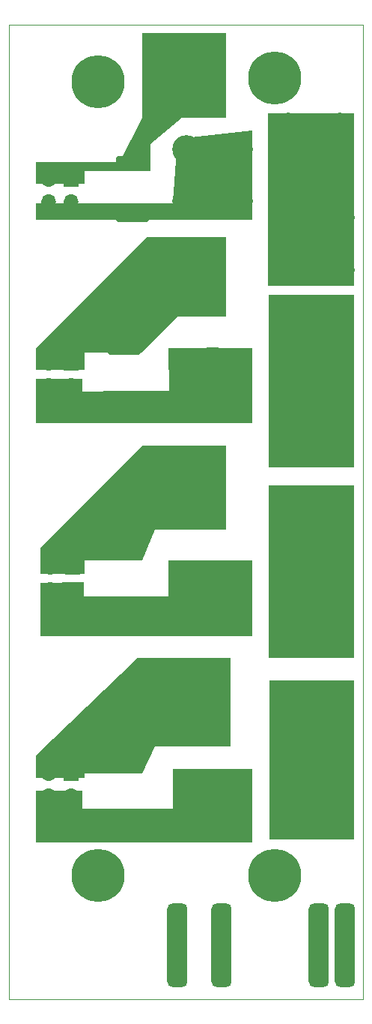
<source format=gbr>
%TF.GenerationSoftware,KiCad,Pcbnew,(6.0.11-0)*%
%TF.CreationDate,2024-06-01T13:31:22-07:00*%
%TF.ProjectId,SC_SQUID_biasBoard,53435f53-5155-4494-945f-62696173426f,v3D.0*%
%TF.SameCoordinates,Original*%
%TF.FileFunction,Soldermask,Top*%
%TF.FilePolarity,Negative*%
%FSLAX46Y46*%
G04 Gerber Fmt 4.6, Leading zero omitted, Abs format (unit mm)*
G04 Created by KiCad (PCBNEW (6.0.11-0)) date 2024-06-01 13:31:22*
%MOMM*%
%LPD*%
G01*
G04 APERTURE LIST*
G04 Aperture macros list*
%AMRoundRect*
0 Rectangle with rounded corners*
0 $1 Rounding radius*
0 $2 $3 $4 $5 $6 $7 $8 $9 X,Y pos of 4 corners*
0 Add a 4 corners polygon primitive as box body*
4,1,4,$2,$3,$4,$5,$6,$7,$8,$9,$2,$3,0*
0 Add four circle primitives for the rounded corners*
1,1,$1+$1,$2,$3*
1,1,$1+$1,$4,$5*
1,1,$1+$1,$6,$7*
1,1,$1+$1,$8,$9*
0 Add four rect primitives between the rounded corners*
20,1,$1+$1,$2,$3,$4,$5,0*
20,1,$1+$1,$4,$5,$6,$7,0*
20,1,$1+$1,$6,$7,$8,$9,0*
20,1,$1+$1,$8,$9,$2,$3,0*%
G04 Aperture macros list end*
%ADD10C,0.000000*%
%TA.AperFunction,Profile*%
%ADD11C,0.100000*%
%TD*%
%ADD12RoundRect,0.100000X-1.900000X-0.900000X1.900000X-0.900000X1.900000X0.900000X-1.900000X0.900000X0*%
%ADD13R,4.000000X2.500000*%
%ADD14C,8.500000*%
%ADD15C,4.500000*%
%ADD16C,3.200000*%
%ADD17R,2.540000X2.540000*%
%ADD18R,1.700000X1.700000*%
%ADD19O,1.700000X1.700000*%
%ADD20RoundRect,0.165000X1.685000X-0.660000X1.685000X0.660000X-1.685000X0.660000X-1.685000X-0.660000X0*%
%ADD21RoundRect,0.571500X-0.571500X-4.128500X0.571500X-4.128500X0.571500X4.128500X-0.571500X4.128500X0*%
%ADD22RoundRect,0.571500X0.571500X4.128500X-0.571500X4.128500X-0.571500X-4.128500X0.571500X-4.128500X0*%
%ADD23C,6.000000*%
G04 APERTURE END LIST*
D10*
G36*
X174000000Y-112500000D02*
G01*
X164350000Y-112500000D01*
X164350000Y-93000000D01*
X174000000Y-93000000D01*
X174000000Y-112500000D01*
G37*
G36*
X159500000Y-74000000D02*
G01*
X154000000Y-74000000D01*
X150000000Y-78000000D01*
X143500000Y-78000000D01*
X143500000Y-80000000D01*
X138000000Y-80000000D01*
X138000000Y-77500000D01*
X150500000Y-65000000D01*
X159500000Y-65000000D01*
X159500000Y-74000000D01*
G37*
G36*
X174000000Y-133000000D02*
G01*
X164400000Y-133000000D01*
X164400000Y-115000000D01*
X174000000Y-115000000D01*
X174000000Y-133000000D01*
G37*
G36*
X159500000Y-98000000D02*
G01*
X151500000Y-98000000D01*
X150000000Y-101500000D01*
X143500000Y-101500000D01*
X143500000Y-103000000D01*
X138500000Y-103000000D01*
X138500000Y-100000000D01*
X150000000Y-88500000D01*
X159500000Y-88500000D01*
X159500000Y-98000000D01*
G37*
G36*
X159500000Y-51500000D02*
G01*
X154500000Y-51500000D01*
X151000000Y-54500000D01*
X151000000Y-57550000D01*
X143500000Y-57550000D01*
X143500000Y-59000000D01*
X138000000Y-59000000D01*
X138000000Y-56500000D01*
X147500000Y-56500000D01*
X150000000Y-51500000D01*
X150000000Y-42000000D01*
X159500000Y-42000000D01*
X159500000Y-51500000D01*
G37*
G36*
X174000000Y-91000000D02*
G01*
X164300000Y-91000000D01*
X164300000Y-71500000D01*
X174000000Y-71500000D01*
X174000000Y-91000000D01*
G37*
G36*
X160000000Y-122500000D02*
G01*
X151500000Y-122500000D01*
X150000000Y-125500000D01*
X143500000Y-125500000D01*
X143500000Y-126000000D01*
X138000000Y-126000000D01*
X138000000Y-123500000D01*
X149500000Y-112500000D01*
X160000000Y-112500000D01*
X160000000Y-122500000D01*
G37*
G36*
X162500000Y-63000000D02*
G01*
X138000000Y-63000000D01*
X138000000Y-61200000D01*
X153500000Y-61200000D01*
X153975000Y-53875000D01*
X162500000Y-53000000D01*
X162500000Y-63000000D01*
G37*
G36*
X162500000Y-110000000D02*
G01*
X138500000Y-110000000D01*
X138500000Y-104000000D01*
X143450000Y-103975000D01*
X143427254Y-105518288D01*
X153002254Y-105568288D01*
X153000000Y-101500000D01*
X162500000Y-101500000D01*
X162500000Y-110000000D01*
G37*
G36*
X162500000Y-133350000D02*
G01*
X138000000Y-133350000D01*
X138000000Y-127500000D01*
X143225000Y-127500000D01*
X143250000Y-129475000D01*
X153489688Y-129468889D01*
X153500000Y-125000000D01*
X162500000Y-125000000D01*
X162500000Y-133350000D01*
G37*
G36*
X174000000Y-70500000D02*
G01*
X164250000Y-70500000D01*
X164250000Y-51000000D01*
X174000000Y-51000000D01*
X174000000Y-70500000D01*
G37*
G36*
X162500000Y-86000000D02*
G01*
X138000000Y-86000000D01*
X138000000Y-81000000D01*
X143275000Y-81025000D01*
X143300000Y-82425000D01*
X148025000Y-82360443D01*
X153100000Y-82375000D01*
X153000000Y-77500000D01*
X162500000Y-77500000D01*
X162500000Y-86000000D01*
G37*
D11*
X175000000Y-41000000D02*
X135000000Y-41000000D01*
X135000000Y-41000000D02*
X135000000Y-151000000D01*
X135000000Y-151000000D02*
X175000000Y-151000000D01*
X175000000Y-151000000D02*
X175000000Y-41000000D01*
D12*
%TO.C,J20*%
X169500000Y-117500000D03*
X169500000Y-121500000D03*
D13*
X169500000Y-119500000D03*
%TD*%
D12*
%TO.C,J19*%
X169500000Y-126500000D03*
X169500000Y-130500000D03*
D13*
X169500000Y-128500000D03*
%TD*%
D14*
%TO.C,J16*%
X169470000Y-85920000D03*
%TD*%
%TO.C,J15*%
X169470000Y-76420000D03*
%TD*%
D15*
%TO.C,J14*%
X169500000Y-65750000D03*
D16*
X166565000Y-68685000D03*
X172435000Y-62815000D03*
X172435000Y-68685000D03*
X166565000Y-62815000D03*
%TD*%
D15*
%TO.C,J13*%
X169475000Y-55500000D03*
D16*
X166540000Y-58435000D03*
X172410000Y-52565000D03*
X172410000Y-58435000D03*
X166540000Y-52565000D03*
%TD*%
D13*
%TO.C,J12*%
X159000000Y-129200000D03*
D12*
X159000000Y-131200000D03*
X159000000Y-127200000D03*
%TD*%
%TO.C,J11*%
X154000000Y-115500000D03*
X154000000Y-119500000D03*
D13*
X154000000Y-117500000D03*
%TD*%
D14*
%TO.C,J8*%
X157970000Y-81680000D03*
%TD*%
%TO.C,J7*%
X154645000Y-69420000D03*
%TD*%
D16*
%TO.C,J6*%
X155065000Y-55090000D03*
X160935000Y-60960000D03*
X160935000Y-55090000D03*
X155065000Y-60960000D03*
D15*
X158000000Y-58025000D03*
%TD*%
%TO.C,J5*%
X154675000Y-46500000D03*
D16*
X151740000Y-49435000D03*
X157610000Y-43565000D03*
X157610000Y-49435000D03*
X151740000Y-43565000D03*
%TD*%
D17*
%TO.C,J10*%
X160540000Y-108200000D03*
X160540000Y-105660000D03*
X155460000Y-103120000D03*
X155460000Y-108200000D03*
X158000000Y-105660000D03*
X158000000Y-103120000D03*
X160540000Y-103120000D03*
X158000000Y-108200000D03*
X155460000Y-105660000D03*
%TD*%
D18*
%TO.C,J3*%
X142140000Y-102250000D03*
D19*
X139600000Y-102250000D03*
X142140000Y-104790000D03*
X139600000Y-104790000D03*
%TD*%
D17*
%TO.C,J17*%
X169500000Y-95320000D03*
X169500000Y-97860000D03*
X172040000Y-100400000D03*
X169500000Y-100400000D03*
X172040000Y-95320000D03*
X166960000Y-95320000D03*
X166960000Y-97860000D03*
X172040000Y-97860000D03*
X166960000Y-100400000D03*
%TD*%
D18*
%TO.C,J2*%
X142000000Y-79250000D03*
D19*
X139460000Y-79250000D03*
X142000000Y-81790000D03*
X139460000Y-81790000D03*
%TD*%
D17*
%TO.C,J18*%
X169500000Y-104820000D03*
X166960000Y-107360000D03*
X172040000Y-104820000D03*
X169500000Y-107360000D03*
X166960000Y-109900000D03*
X169500000Y-109900000D03*
X172040000Y-109900000D03*
X166960000Y-104820000D03*
X172040000Y-107360000D03*
%TD*%
D20*
%TO.C,R4*%
X148000000Y-124650000D03*
X148000000Y-130350000D03*
%TD*%
%TO.C,R1*%
X148975000Y-56725000D03*
X148975000Y-62425000D03*
%TD*%
%TO.C,R2*%
X148000000Y-77450000D03*
X148000000Y-83150000D03*
%TD*%
D18*
%TO.C,J1*%
X142000000Y-58500000D03*
D19*
X139460000Y-58500000D03*
X142000000Y-61040000D03*
X139460000Y-61040000D03*
%TD*%
D21*
%TO.C,HS1*%
X170000000Y-144950000D03*
%TD*%
D17*
%TO.C,J9*%
X152135000Y-93000000D03*
X154675000Y-90460000D03*
X157215000Y-90460000D03*
X157215000Y-95540000D03*
X154675000Y-95540000D03*
X157215000Y-93000000D03*
X152135000Y-90460000D03*
X152135000Y-95540000D03*
X154675000Y-93000000D03*
%TD*%
D22*
%TO.C,HS4*%
X159000000Y-144950000D03*
%TD*%
D21*
%TO.C,HS2*%
X154000000Y-144950000D03*
%TD*%
%TO.C,HS3*%
X173000000Y-144950000D03*
%TD*%
D18*
%TO.C,J4*%
X142000000Y-125500000D03*
D19*
X139460000Y-125500000D03*
X142000000Y-128040000D03*
X139460000Y-128040000D03*
%TD*%
D20*
%TO.C,R3*%
X148000000Y-100650000D03*
X148000000Y-106350000D03*
%TD*%
D23*
%TO.C,H2*%
X145000000Y-47500000D03*
%TD*%
%TO.C,H4*%
X165000000Y-137050000D03*
%TD*%
%TO.C,H1*%
X145000000Y-137050000D03*
%TD*%
%TO.C,H3*%
X165000000Y-47050000D03*
%TD*%
M02*

</source>
